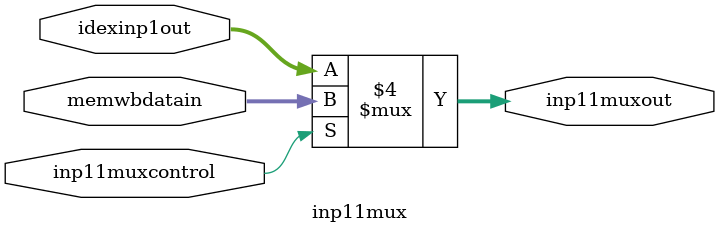
<source format=v>
`timescale 1ns / 1ps
module inp11mux(inp11muxcontrol,memwbdatain,idexinp1out,inp11muxout
    );
input wire inp11muxcontrol;
input wire [31:0] memwbdatain;
input wire [31:0] idexinp1out;
output reg [31:0] inp11muxout;

always@(*)begin
if(inp11muxcontrol==1)
inp11muxout<=memwbdatain;
else
inp11muxout<=idexinp1out;
end






endmodule

</source>
